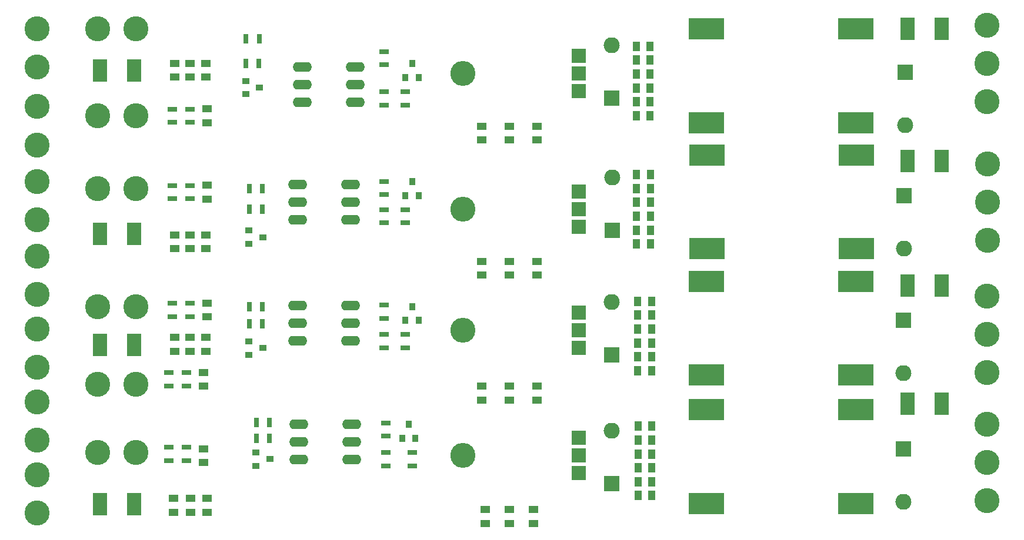
<source format=gbr>
G04 #@! TF.FileFunction,Soldermask,Top*
%FSLAX46Y46*%
G04 Gerber Fmt 4.6, Leading zero omitted, Abs format (unit mm)*
G04 Created by KiCad (PCBNEW 4.0.7-e2-6376~58~ubuntu16.04.1) date Wed May  2 00:30:33 2018*
%MOMM*%
%LPD*%
G01*
G04 APERTURE LIST*
%ADD10C,0.100000*%
%ADD11R,5.101600X3.101600*%
%ADD12R,1.401600X0.801600*%
%ADD13R,0.801600X1.401600*%
%ADD14O,3.601600X3.601600*%
%ADD15R,2.101600X2.101600*%
%ADD16R,0.901600X1.001600*%
%ADD17R,1.001600X0.901600*%
%ADD18O,2.743200X1.422400*%
%ADD19C,3.601720*%
%ADD20R,2.061600X3.251600*%
%ADD21R,2.301600X2.301600*%
%ADD22O,2.301600X2.301600*%
%ADD23R,1.351600X1.101600*%
%ADD24R,1.101600X1.351600*%
G04 APERTURE END LIST*
D10*
D11*
X186950000Y-85950000D03*
X165450000Y-85950000D03*
X165450000Y-72450000D03*
X186950000Y-72450000D03*
X186900000Y-122650000D03*
X165400000Y-122650000D03*
X165400000Y-109150000D03*
X186900000Y-109150000D03*
D12*
X88000760Y-114558820D03*
X88000760Y-116458820D03*
X90500760Y-116458820D03*
X90500760Y-114558820D03*
X88010760Y-103808820D03*
X88010760Y-105708820D03*
X90510760Y-105708820D03*
X90510760Y-103808820D03*
X119250000Y-111050000D03*
X119250000Y-112950000D03*
X119000000Y-94050000D03*
X119000000Y-95950000D03*
X123000760Y-115308820D03*
X123000760Y-117208820D03*
X122000760Y-98308820D03*
X122000760Y-100208820D03*
X119250000Y-117200000D03*
X119250000Y-115300000D03*
X119000760Y-100208820D03*
X119000760Y-98308820D03*
D13*
X102500000Y-110950000D03*
X100600000Y-110950000D03*
X101460760Y-94258820D03*
X99560760Y-94258820D03*
X102460760Y-113258820D03*
X100560760Y-113258820D03*
X101460760Y-96758820D03*
X99560760Y-96758820D03*
D12*
X88500760Y-93808820D03*
X88500760Y-95708820D03*
X91000760Y-95708820D03*
X91000760Y-93808820D03*
X119000000Y-76250000D03*
X119000000Y-78150000D03*
X122000760Y-80308820D03*
X122000760Y-82208820D03*
X119000760Y-82208820D03*
X119000760Y-80308820D03*
D13*
X101460760Y-77258820D03*
X99560760Y-77258820D03*
X101460760Y-80258820D03*
X99560760Y-80258820D03*
D12*
X88500760Y-76808820D03*
X88500760Y-78708820D03*
X91000760Y-78708820D03*
X91000760Y-76808820D03*
X119000000Y-57550000D03*
X119000000Y-59450000D03*
X122000760Y-63308820D03*
X122000760Y-65208820D03*
X119000760Y-65208820D03*
X119000760Y-63308820D03*
D13*
X101000000Y-55700000D03*
X99100000Y-55700000D03*
X100960760Y-59258820D03*
X99060760Y-59258820D03*
D12*
X91000760Y-65808820D03*
X91000760Y-67708820D03*
X88500760Y-67708820D03*
X88500760Y-65808820D03*
D14*
X130340760Y-115718820D03*
D15*
X147000760Y-118258820D03*
X147000760Y-115718820D03*
X147000760Y-113178820D03*
D14*
X130340760Y-97718820D03*
D15*
X147000760Y-100258820D03*
X147000760Y-97718820D03*
X147000760Y-95178820D03*
D16*
X121560760Y-113258820D03*
X123460760Y-113258820D03*
X122510760Y-111258820D03*
X122050760Y-96258820D03*
X123950760Y-96258820D03*
X123000760Y-94258820D03*
D17*
X100510760Y-115308820D03*
X100510760Y-117208820D03*
X102510760Y-116258820D03*
X99510760Y-99308820D03*
X99510760Y-101208820D03*
X101510760Y-100258820D03*
D14*
X130340760Y-80218820D03*
D15*
X147000760Y-82758820D03*
X147000760Y-80218820D03*
X147000760Y-77678820D03*
D16*
X122050760Y-78258820D03*
X123950760Y-78258820D03*
X123000760Y-76258820D03*
D17*
X99510760Y-83308820D03*
X99510760Y-85208820D03*
X101510760Y-84258820D03*
D14*
X130340760Y-60718820D03*
D15*
X147000760Y-63258820D03*
X147000760Y-60718820D03*
X147000760Y-58178820D03*
D16*
X122050760Y-61258820D03*
X123950760Y-61258820D03*
X123000760Y-59258820D03*
D17*
X99050000Y-61750000D03*
X99050000Y-63650000D03*
X101050000Y-62700000D03*
D18*
X106700760Y-111218820D03*
X106700760Y-113758820D03*
X114320760Y-113758820D03*
X114320760Y-111218820D03*
X106700760Y-116298820D03*
X114320760Y-116298820D03*
X106490000Y-94160000D03*
X106490000Y-96700000D03*
X114110000Y-96700000D03*
X114110000Y-94160000D03*
X106490000Y-99240000D03*
X114110000Y-99240000D03*
X106490000Y-76660000D03*
X106490000Y-79200000D03*
X114110000Y-79200000D03*
X114110000Y-76660000D03*
X106490000Y-81740000D03*
X114110000Y-81740000D03*
X107190760Y-59718820D03*
X107190760Y-62258820D03*
X114810760Y-62258820D03*
X114810760Y-59718820D03*
X107190760Y-64798820D03*
X114810760Y-64798820D03*
D19*
X83240000Y-105500000D03*
X77760000Y-105500000D03*
X205760760Y-111253820D03*
X205760760Y-116758820D03*
X205760760Y-122263820D03*
X77760760Y-115258820D03*
X83240760Y-115258820D03*
X69000760Y-118518820D03*
X69000760Y-123998820D03*
X69000760Y-108018820D03*
X69000760Y-113498820D03*
X205760760Y-92753820D03*
X205760760Y-98258820D03*
X205760760Y-103763820D03*
X77770760Y-94258820D03*
X83250760Y-94258820D03*
X205810760Y-73753820D03*
X205810760Y-79258820D03*
X205810760Y-84763820D03*
X69000760Y-97518820D03*
X69000760Y-102998820D03*
X69000760Y-87018820D03*
X69000760Y-92498820D03*
X77760760Y-77258820D03*
X83240760Y-77258820D03*
X205760760Y-53753820D03*
X205760760Y-59258820D03*
X205760760Y-64763820D03*
X69000000Y-76260000D03*
X69000000Y-81740000D03*
X69000760Y-65458820D03*
X69000760Y-70998820D03*
X83240760Y-54258820D03*
X77760760Y-54258820D03*
X69000000Y-59740000D03*
X69000000Y-54260000D03*
X83240760Y-66758820D03*
X77760760Y-66758820D03*
D20*
X78040760Y-60258820D03*
X82960760Y-60258820D03*
X194290000Y-108250000D03*
X199210000Y-108250000D03*
X82960760Y-122758820D03*
X78040760Y-122758820D03*
X194300760Y-91258820D03*
X199220760Y-91258820D03*
X82970760Y-99758820D03*
X78050760Y-99758820D03*
X194350760Y-73258820D03*
X199270760Y-73258820D03*
X82960760Y-83758820D03*
X78040760Y-83758820D03*
X194300760Y-54258820D03*
X199220760Y-54258820D03*
D21*
X193760760Y-114758820D03*
D22*
X193760760Y-122378820D03*
D21*
X151750760Y-119758820D03*
D22*
X151750760Y-112138820D03*
D21*
X151750760Y-101258820D03*
D22*
X151750760Y-93638820D03*
D21*
X193760760Y-96258820D03*
D22*
X193760760Y-103878820D03*
D21*
X151800760Y-83258820D03*
D22*
X151800760Y-75638820D03*
D21*
X193810760Y-78258820D03*
D22*
X193810760Y-85878820D03*
D21*
X151750760Y-64258820D03*
D22*
X151750760Y-56638820D03*
D21*
X194000000Y-60500000D03*
D22*
X194000000Y-68120000D03*
D23*
X93010760Y-114758820D03*
X93010760Y-116758820D03*
D24*
X157510760Y-121508820D03*
X155510760Y-121508820D03*
X157510760Y-119508820D03*
X155510760Y-119508820D03*
X157510760Y-117508820D03*
X155510760Y-117508820D03*
D23*
X93010760Y-103758820D03*
X93010760Y-105758820D03*
D24*
X157510760Y-115508820D03*
X155510760Y-115508820D03*
X157510760Y-113508820D03*
X155510760Y-113508820D03*
X157510760Y-111508820D03*
X155510760Y-111508820D03*
D23*
X140500000Y-123500000D03*
X140500000Y-125500000D03*
X141000760Y-105758820D03*
X141000760Y-107758820D03*
D24*
X157462356Y-103513692D03*
X155462356Y-103513692D03*
D23*
X137000000Y-123500000D03*
X137000000Y-125500000D03*
X137000760Y-105758820D03*
X137000760Y-107758820D03*
D24*
X157462356Y-101513692D03*
X155462356Y-101513692D03*
D23*
X133500000Y-123500000D03*
X133500000Y-125500000D03*
X133000760Y-105758820D03*
X133000760Y-107758820D03*
D24*
X157462356Y-99513692D03*
X155462356Y-99513692D03*
X157462356Y-97513692D03*
X155462356Y-97513692D03*
X157462356Y-95513692D03*
X155462356Y-95513692D03*
X157462356Y-93513692D03*
X155462356Y-93513692D03*
D23*
X93500000Y-121900000D03*
X93500000Y-123900000D03*
X93300000Y-98700000D03*
X93300000Y-100700000D03*
X91100000Y-121900000D03*
X91100000Y-123900000D03*
X91050000Y-98700000D03*
X91050000Y-100700000D03*
X88700000Y-121900000D03*
X88700000Y-123900000D03*
X88800000Y-98700000D03*
X88800000Y-100700000D03*
X93500760Y-93758820D03*
X93500760Y-95758820D03*
X141000760Y-87758820D03*
X141000760Y-89758820D03*
D24*
X157310760Y-85258820D03*
X155310760Y-85258820D03*
D23*
X137000760Y-87758820D03*
X137000760Y-89758820D03*
D24*
X157310760Y-83258820D03*
X155310760Y-83258820D03*
D23*
X133000760Y-87758820D03*
X133000760Y-89758820D03*
D24*
X157310760Y-81258820D03*
X155310760Y-81258820D03*
X157310760Y-79258820D03*
X155310760Y-79258820D03*
X157310760Y-77258820D03*
X155310760Y-77258820D03*
X157310760Y-75258820D03*
X155310760Y-75258820D03*
D23*
X93300000Y-83950000D03*
X93300000Y-85950000D03*
X91050000Y-83950000D03*
X91050000Y-85950000D03*
X88800000Y-83950000D03*
X88800000Y-85950000D03*
X93500760Y-76758820D03*
X93500760Y-78758820D03*
X141000760Y-68258820D03*
X141000760Y-70258820D03*
D24*
X157260760Y-66758820D03*
X155260760Y-66758820D03*
D23*
X137000760Y-68258820D03*
X137000760Y-70258820D03*
D24*
X157260760Y-64758820D03*
X155260760Y-64758820D03*
D23*
X133000760Y-68258820D03*
X133000760Y-70258820D03*
D24*
X157260760Y-62758820D03*
X155260760Y-62758820D03*
X157260760Y-60758820D03*
X155260760Y-60758820D03*
X157260760Y-58758820D03*
X155260760Y-58758820D03*
X157260760Y-56758820D03*
X155260760Y-56758820D03*
D23*
X93300000Y-59200000D03*
X93300000Y-61200000D03*
X88800000Y-59200000D03*
X88800000Y-61200000D03*
X91050000Y-59200000D03*
X91050000Y-61200000D03*
X93500760Y-65758820D03*
X93500760Y-67758820D03*
D11*
X186900000Y-67750000D03*
X165400000Y-67750000D03*
X165400000Y-54250000D03*
X186900000Y-54250000D03*
X186900000Y-104150000D03*
X165400000Y-104150000D03*
X165400000Y-90650000D03*
X186900000Y-90650000D03*
M02*

</source>
